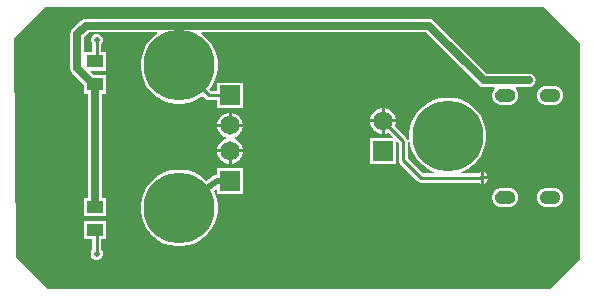
<source format=gbr>
G04*
G04 #@! TF.GenerationSoftware,Altium Limited,Altium Designer,23.0.1 (38)*
G04*
G04 Layer_Physical_Order=2*
G04 Layer_Color=16711680*
%FSLAX43Y43*%
%MOMM*%
G71*
G04*
G04 #@! TF.SameCoordinates,0C8224BD-781C-42A6-9A02-31E2BED0DC02*
G04*
G04*
G04 #@! TF.FilePolarity,Positive*
G04*
G01*
G75*
%ADD11C,0.254*%
%ADD27C,0.635*%
%ADD28C,0.508*%
%ADD30C,6.000*%
%ADD31O,1.600X0.800*%
%ADD32R,1.651X1.651*%
%ADD33C,1.651*%
%ADD34C,0.508*%
%ADD35R,1.350X1.050*%
G36*
X127889Y109474D02*
Y91186D01*
X125349Y88646D01*
X82804D01*
X80137Y91313D01*
X80010Y109855D01*
X82677Y112522D01*
X124841D01*
X127889Y109474D01*
D02*
G37*
%LPC*%
G36*
X125687Y105840D02*
X125087D01*
X125084Y105839D01*
X125080Y105840D01*
X125051Y105839D01*
X125045Y105838D01*
X125038Y105838D01*
X125009Y105836D01*
X125003Y105834D01*
X124996Y105835D01*
X124967Y105831D01*
X124961Y105829D01*
X124954Y105829D01*
X124925Y105824D01*
X124919Y105821D01*
X124912Y105821D01*
X124884Y105814D01*
X124878Y105811D01*
X124871Y105811D01*
X124843Y105802D01*
X124837Y105799D01*
X124831Y105798D01*
X124803Y105789D01*
X124798Y105785D01*
X124791Y105784D01*
X124764Y105773D01*
X124758Y105769D01*
X124752Y105767D01*
X124726Y105755D01*
X124720Y105751D01*
X124714Y105749D01*
X124688Y105735D01*
X124683Y105731D01*
X124677Y105728D01*
X124652Y105713D01*
X124647Y105708D01*
X124641Y105706D01*
X124617Y105689D01*
X124612Y105684D01*
X124606Y105681D01*
X124583Y105664D01*
X124579Y105659D01*
X124573Y105655D01*
X124551Y105637D01*
X124547Y105631D01*
X124541Y105628D01*
X124520Y105608D01*
X124516Y105602D01*
X124510Y105598D01*
X124490Y105577D01*
X124487Y105571D01*
X124481Y105567D01*
X124463Y105545D01*
X124459Y105539D01*
X124454Y105535D01*
X124437Y105512D01*
X124434Y105506D01*
X124429Y105501D01*
X124412Y105477D01*
X124410Y105471D01*
X124405Y105466D01*
X124390Y105441D01*
X124387Y105435D01*
X124383Y105430D01*
X124369Y105404D01*
X124367Y105398D01*
X124363Y105392D01*
X124351Y105366D01*
X124349Y105360D01*
X124345Y105354D01*
X124334Y105327D01*
X124333Y105320D01*
X124329Y105315D01*
X124320Y105287D01*
X124319Y105281D01*
X124316Y105275D01*
X124307Y105247D01*
X124307Y105240D01*
X124304Y105234D01*
X124297Y105206D01*
X124297Y105199D01*
X124294Y105193D01*
X124289Y105164D01*
X124289Y105157D01*
X124287Y105151D01*
X124283Y105122D01*
X124284Y105115D01*
X124282Y105109D01*
X124280Y105080D01*
X124280Y105073D01*
X124279Y105067D01*
X124278Y105038D01*
X124279Y105031D01*
X124278Y105024D01*
X124279Y104995D01*
X124280Y104989D01*
X124280Y104982D01*
X124282Y104953D01*
X124284Y104947D01*
X124283Y104940D01*
X124287Y104911D01*
X124289Y104905D01*
X124289Y104898D01*
X124294Y104869D01*
X124297Y104863D01*
X124297Y104856D01*
X124304Y104828D01*
X124307Y104822D01*
X124307Y104815D01*
X124316Y104787D01*
X124319Y104781D01*
X124320Y104775D01*
X124329Y104747D01*
X124333Y104742D01*
X124334Y104735D01*
X124345Y104708D01*
X124349Y104702D01*
X124351Y104696D01*
X124363Y104670D01*
X124367Y104664D01*
X124369Y104658D01*
X124383Y104632D01*
X124387Y104627D01*
X124390Y104621D01*
X124405Y104596D01*
X124410Y104591D01*
X124412Y104585D01*
X124429Y104561D01*
X124434Y104556D01*
X124437Y104550D01*
X124454Y104527D01*
X124459Y104523D01*
X124463Y104517D01*
X124481Y104495D01*
X124487Y104491D01*
X124490Y104485D01*
X124510Y104464D01*
X124516Y104460D01*
X124520Y104454D01*
X124541Y104434D01*
X124547Y104431D01*
X124551Y104425D01*
X124573Y104407D01*
X124579Y104403D01*
X124583Y104398D01*
X124606Y104381D01*
X124612Y104378D01*
X124617Y104373D01*
X124641Y104356D01*
X124647Y104354D01*
X124652Y104349D01*
X124677Y104334D01*
X124683Y104331D01*
X124688Y104327D01*
X124714Y104313D01*
X124720Y104311D01*
X124726Y104307D01*
X124752Y104295D01*
X124758Y104293D01*
X124764Y104289D01*
X124791Y104278D01*
X124798Y104277D01*
X124803Y104273D01*
X124831Y104264D01*
X124837Y104263D01*
X124843Y104260D01*
X124871Y104251D01*
X124878Y104251D01*
X124884Y104248D01*
X124912Y104241D01*
X124919Y104241D01*
X124925Y104238D01*
X124954Y104233D01*
X124961Y104233D01*
X124967Y104231D01*
X124996Y104227D01*
X125003Y104228D01*
X125009Y104226D01*
X125038Y104224D01*
X125045Y104224D01*
X125051Y104223D01*
X125080Y104222D01*
X125084Y104223D01*
X125087Y104222D01*
X125687D01*
X125690Y104223D01*
X125694Y104222D01*
X125723Y104223D01*
X125729Y104224D01*
X125736Y104224D01*
X125765Y104226D01*
X125771Y104228D01*
X125778Y104227D01*
X125807Y104231D01*
X125813Y104233D01*
X125820Y104233D01*
X125849Y104238D01*
X125855Y104241D01*
X125862Y104241D01*
X125890Y104248D01*
X125896Y104251D01*
X125903Y104251D01*
X125931Y104260D01*
X125937Y104263D01*
X125943Y104264D01*
X125971Y104273D01*
X125976Y104277D01*
X125983Y104278D01*
X126010Y104289D01*
X126016Y104293D01*
X126022Y104295D01*
X126048Y104307D01*
X126054Y104311D01*
X126060Y104313D01*
X126086Y104327D01*
X126091Y104331D01*
X126097Y104334D01*
X126122Y104349D01*
X126127Y104354D01*
X126133Y104356D01*
X126157Y104373D01*
X126162Y104378D01*
X126168Y104381D01*
X126191Y104398D01*
X126195Y104403D01*
X126201Y104407D01*
X126223Y104425D01*
X126227Y104431D01*
X126233Y104434D01*
X126254Y104454D01*
X126258Y104460D01*
X126264Y104464D01*
X126284Y104485D01*
X126287Y104491D01*
X126293Y104495D01*
X126311Y104517D01*
X126315Y104523D01*
X126320Y104527D01*
X126337Y104550D01*
X126340Y104556D01*
X126345Y104561D01*
X126362Y104585D01*
X126364Y104591D01*
X126369Y104596D01*
X126384Y104621D01*
X126387Y104627D01*
X126391Y104632D01*
X126405Y104658D01*
X126407Y104664D01*
X126411Y104670D01*
X126423Y104696D01*
X126425Y104702D01*
X126429Y104708D01*
X126440Y104735D01*
X126441Y104742D01*
X126445Y104747D01*
X126454Y104775D01*
X126455Y104781D01*
X126458Y104787D01*
X126467Y104815D01*
X126467Y104822D01*
X126470Y104828D01*
X126477Y104856D01*
X126477Y104863D01*
X126480Y104869D01*
X126485Y104898D01*
X126485Y104905D01*
X126487Y104911D01*
X126491Y104940D01*
X126490Y104947D01*
X126492Y104953D01*
X126494Y104982D01*
X126494Y104989D01*
X126495Y104995D01*
X126496Y105024D01*
X126495Y105031D01*
X126496Y105038D01*
X126495Y105067D01*
X126494Y105073D01*
X126494Y105080D01*
X126492Y105109D01*
X126490Y105115D01*
X126491Y105122D01*
X126487Y105151D01*
X126485Y105157D01*
X126485Y105164D01*
X126480Y105193D01*
X126477Y105199D01*
X126477Y105206D01*
X126470Y105234D01*
X126467Y105240D01*
X126467Y105247D01*
X126458Y105275D01*
X126455Y105281D01*
X126454Y105287D01*
X126445Y105315D01*
X126441Y105320D01*
X126440Y105327D01*
X126429Y105354D01*
X126425Y105360D01*
X126423Y105366D01*
X126411Y105392D01*
X126407Y105398D01*
X126405Y105404D01*
X126391Y105430D01*
X126387Y105435D01*
X126384Y105441D01*
X126369Y105466D01*
X126364Y105471D01*
X126362Y105477D01*
X126345Y105501D01*
X126340Y105506D01*
X126337Y105512D01*
X126320Y105535D01*
X126315Y105539D01*
X126311Y105545D01*
X126293Y105567D01*
X126287Y105571D01*
X126284Y105577D01*
X126264Y105598D01*
X126258Y105602D01*
X126254Y105608D01*
X126233Y105628D01*
X126227Y105631D01*
X126223Y105637D01*
X126201Y105655D01*
X126195Y105659D01*
X126191Y105664D01*
X126168Y105681D01*
X126162Y105684D01*
X126157Y105689D01*
X126133Y105706D01*
X126127Y105708D01*
X126122Y105713D01*
X126097Y105728D01*
X126091Y105731D01*
X126086Y105735D01*
X126060Y105749D01*
X126054Y105751D01*
X126048Y105755D01*
X126022Y105767D01*
X126016Y105769D01*
X126010Y105773D01*
X125983Y105784D01*
X125976Y105785D01*
X125971Y105789D01*
X125943Y105798D01*
X125937Y105799D01*
X125931Y105802D01*
X125903Y105811D01*
X125896Y105811D01*
X125890Y105814D01*
X125862Y105821D01*
X125855Y105821D01*
X125849Y105824D01*
X125820Y105829D01*
X125813Y105829D01*
X125807Y105831D01*
X125778Y105835D01*
X125771Y105834D01*
X125765Y105836D01*
X125736Y105838D01*
X125729Y105838D01*
X125723Y105839D01*
X125694Y105840D01*
X125690Y105839D01*
X125687Y105840D01*
D02*
G37*
G36*
X115110Y111533D02*
X86080D01*
X85857Y111488D01*
X85668Y111362D01*
X84932Y110626D01*
X84806Y110437D01*
X84761Y110214D01*
Y107333D01*
X84806Y107110D01*
X84932Y106921D01*
X85939Y105914D01*
Y105180D01*
X86285D01*
Y96369D01*
X85939D01*
Y94811D01*
X87797D01*
Y96369D01*
X87451D01*
Y105180D01*
X87797D01*
Y106738D01*
X86763D01*
X86488Y107013D01*
X86537Y107130D01*
X87797D01*
Y108688D01*
X87383D01*
Y109398D01*
X87426Y109440D01*
X87503Y109627D01*
Y109829D01*
X87426Y110016D01*
X87283Y110159D01*
X87096Y110236D01*
X86894D01*
X86707Y110159D01*
X86564Y110016D01*
X86487Y109829D01*
Y109627D01*
X86564Y109440D01*
X86607Y109398D01*
Y108688D01*
X85939D01*
X85927Y108810D01*
Y109973D01*
X86321Y110367D01*
X92079D01*
X92121Y110240D01*
X91860Y110051D01*
X91498Y109689D01*
X91197Y109274D01*
X90964Y108818D01*
X90806Y108331D01*
X90726Y107825D01*
Y107313D01*
X90806Y106807D01*
X90964Y106320D01*
X91197Y105864D01*
X91498Y105449D01*
X91860Y105087D01*
X92275Y104786D01*
X92731Y104553D01*
X93218Y104395D01*
X93724Y104315D01*
X94236D01*
X94742Y104395D01*
X95229Y104553D01*
X95685Y104786D01*
X95991Y105008D01*
X96245Y104754D01*
X96371Y104670D01*
X96520Y104641D01*
X97218D01*
Y103950D01*
X99378D01*
Y106108D01*
X97218D01*
Y105417D01*
X96681D01*
X96541Y105558D01*
X96763Y105864D01*
X96996Y106320D01*
X97154Y106807D01*
X97234Y107313D01*
Y107825D01*
X97154Y108331D01*
X96996Y108818D01*
X96763Y109274D01*
X96462Y109689D01*
X96100Y110051D01*
X95839Y110240D01*
X95881Y110367D01*
X114869D01*
X119349Y105887D01*
X119538Y105761D01*
X119761Y105716D01*
X120650D01*
X120695Y105646D01*
X120702Y105589D01*
X120690Y105577D01*
X120687Y105571D01*
X120681Y105567D01*
X120663Y105545D01*
X120659Y105539D01*
X120654Y105535D01*
X120637Y105512D01*
X120634Y105506D01*
X120629Y105501D01*
X120612Y105477D01*
X120610Y105471D01*
X120605Y105466D01*
X120590Y105441D01*
X120587Y105435D01*
X120583Y105430D01*
X120569Y105404D01*
X120567Y105398D01*
X120563Y105392D01*
X120551Y105366D01*
X120549Y105360D01*
X120545Y105354D01*
X120534Y105327D01*
X120533Y105320D01*
X120529Y105315D01*
X120520Y105287D01*
X120519Y105281D01*
X120516Y105275D01*
X120507Y105247D01*
X120507Y105240D01*
X120504Y105234D01*
X120497Y105206D01*
X120497Y105199D01*
X120494Y105193D01*
X120489Y105164D01*
X120489Y105157D01*
X120487Y105151D01*
X120483Y105122D01*
X120484Y105115D01*
X120482Y105109D01*
X120480Y105080D01*
X120480Y105073D01*
X120479Y105067D01*
X120478Y105038D01*
X120479Y105031D01*
X120478Y105024D01*
X120479Y104995D01*
X120480Y104989D01*
X120480Y104982D01*
X120482Y104953D01*
X120484Y104947D01*
X120483Y104940D01*
X120487Y104911D01*
X120489Y104905D01*
X120489Y104898D01*
X120494Y104869D01*
X120497Y104863D01*
X120497Y104856D01*
X120504Y104828D01*
X120507Y104822D01*
X120507Y104815D01*
X120516Y104787D01*
X120519Y104781D01*
X120520Y104775D01*
X120529Y104747D01*
X120533Y104742D01*
X120534Y104735D01*
X120545Y104708D01*
X120549Y104702D01*
X120551Y104696D01*
X120563Y104670D01*
X120567Y104664D01*
X120569Y104658D01*
X120583Y104632D01*
X120587Y104627D01*
X120590Y104621D01*
X120605Y104596D01*
X120610Y104591D01*
X120612Y104585D01*
X120629Y104561D01*
X120634Y104556D01*
X120637Y104550D01*
X120654Y104527D01*
X120659Y104523D01*
X120663Y104517D01*
X120681Y104495D01*
X120687Y104491D01*
X120690Y104485D01*
X120710Y104464D01*
X120716Y104460D01*
X120720Y104454D01*
X120741Y104434D01*
X120747Y104431D01*
X120751Y104425D01*
X120773Y104407D01*
X120779Y104403D01*
X120783Y104398D01*
X120806Y104381D01*
X120812Y104378D01*
X120817Y104373D01*
X120841Y104356D01*
X120847Y104354D01*
X120852Y104349D01*
X120877Y104334D01*
X120883Y104331D01*
X120888Y104327D01*
X120914Y104313D01*
X120920Y104311D01*
X120926Y104307D01*
X120952Y104295D01*
X120958Y104293D01*
X120964Y104289D01*
X120991Y104278D01*
X120998Y104277D01*
X121003Y104273D01*
X121031Y104264D01*
X121037Y104263D01*
X121043Y104260D01*
X121071Y104251D01*
X121078Y104251D01*
X121084Y104248D01*
X121112Y104241D01*
X121119Y104241D01*
X121125Y104238D01*
X121154Y104233D01*
X121161Y104233D01*
X121167Y104231D01*
X121196Y104227D01*
X121203Y104228D01*
X121209Y104226D01*
X121238Y104224D01*
X121245Y104224D01*
X121251Y104223D01*
X121280Y104222D01*
X121284Y104223D01*
X121287Y104222D01*
X121887D01*
X121890Y104223D01*
X121894Y104222D01*
X121923Y104223D01*
X121929Y104224D01*
X121936Y104224D01*
X121965Y104226D01*
X121971Y104228D01*
X121978Y104227D01*
X122007Y104231D01*
X122013Y104233D01*
X122020Y104233D01*
X122049Y104238D01*
X122055Y104241D01*
X122062Y104241D01*
X122090Y104248D01*
X122096Y104251D01*
X122103Y104251D01*
X122131Y104260D01*
X122137Y104263D01*
X122143Y104264D01*
X122171Y104273D01*
X122176Y104277D01*
X122183Y104278D01*
X122210Y104289D01*
X122216Y104293D01*
X122222Y104295D01*
X122248Y104307D01*
X122254Y104311D01*
X122260Y104313D01*
X122286Y104327D01*
X122291Y104331D01*
X122297Y104334D01*
X122322Y104349D01*
X122327Y104354D01*
X122333Y104356D01*
X122357Y104373D01*
X122362Y104378D01*
X122368Y104381D01*
X122391Y104398D01*
X122395Y104403D01*
X122401Y104407D01*
X122423Y104425D01*
X122427Y104431D01*
X122433Y104434D01*
X122454Y104454D01*
X122458Y104460D01*
X122464Y104464D01*
X122484Y104485D01*
X122487Y104491D01*
X122493Y104495D01*
X122511Y104517D01*
X122515Y104523D01*
X122520Y104527D01*
X122537Y104550D01*
X122540Y104556D01*
X122545Y104561D01*
X122562Y104585D01*
X122564Y104591D01*
X122569Y104596D01*
X122584Y104621D01*
X122587Y104627D01*
X122591Y104632D01*
X122605Y104658D01*
X122607Y104664D01*
X122611Y104670D01*
X122623Y104696D01*
X122625Y104702D01*
X122629Y104708D01*
X122640Y104735D01*
X122641Y104742D01*
X122645Y104747D01*
X122654Y104775D01*
X122655Y104781D01*
X122658Y104787D01*
X122667Y104815D01*
X122667Y104822D01*
X122670Y104828D01*
X122677Y104856D01*
X122677Y104863D01*
X122680Y104869D01*
X122685Y104898D01*
X122685Y104905D01*
X122687Y104911D01*
X122691Y104940D01*
X122690Y104947D01*
X122692Y104953D01*
X122694Y104982D01*
X122694Y104989D01*
X122695Y104995D01*
X122696Y105024D01*
X122695Y105031D01*
X122696Y105038D01*
X122695Y105067D01*
X122694Y105073D01*
X122694Y105080D01*
X122692Y105109D01*
X122690Y105115D01*
X122691Y105122D01*
X122687Y105151D01*
X122685Y105157D01*
X122685Y105164D01*
X122680Y105193D01*
X122677Y105199D01*
X122677Y105206D01*
X122670Y105234D01*
X122667Y105240D01*
X122667Y105247D01*
X122658Y105275D01*
X122655Y105281D01*
X122654Y105287D01*
X122645Y105315D01*
X122641Y105320D01*
X122640Y105327D01*
X122629Y105354D01*
X122625Y105360D01*
X122623Y105366D01*
X122611Y105392D01*
X122607Y105398D01*
X122605Y105404D01*
X122591Y105430D01*
X122587Y105435D01*
X122584Y105441D01*
X122569Y105466D01*
X122564Y105471D01*
X122562Y105477D01*
X122545Y105501D01*
X122540Y105506D01*
X122537Y105512D01*
X122520Y105535D01*
X122515Y105539D01*
X122511Y105545D01*
X122493Y105567D01*
X122487Y105571D01*
X122484Y105577D01*
X122472Y105589D01*
X122479Y105646D01*
X122524Y105716D01*
X123571D01*
X123794Y105761D01*
X123983Y105887D01*
X124109Y106076D01*
X124154Y106299D01*
X124109Y106522D01*
X123983Y106711D01*
X123794Y106837D01*
X123571Y106882D01*
X120002D01*
X115522Y111362D01*
X115333Y111488D01*
X115110Y111533D01*
D02*
G37*
G36*
X111394Y103950D02*
X111379D01*
Y102997D01*
X112331D01*
Y103012D01*
X112258Y103287D01*
X112116Y103533D01*
X111915Y103734D01*
X111669Y103876D01*
X111394Y103950D01*
D02*
G37*
G36*
X111125D02*
X111110D01*
X110835Y103876D01*
X110589Y103734D01*
X110388Y103533D01*
X110246Y103287D01*
X110173Y103012D01*
Y102997D01*
X111125D01*
Y103950D01*
D02*
G37*
G36*
X98440Y103568D02*
X98425D01*
Y102616D01*
X99378D01*
Y102631D01*
X99304Y102906D01*
X99162Y103152D01*
X98961Y103353D01*
X98715Y103495D01*
X98440Y103568D01*
D02*
G37*
G36*
X98171D02*
X98156D01*
X97881Y103495D01*
X97635Y103353D01*
X97434Y103152D01*
X97292Y102906D01*
X97218Y102631D01*
Y102616D01*
X98171D01*
Y103568D01*
D02*
G37*
G36*
X111125Y102743D02*
X110173D01*
Y102728D01*
X110246Y102453D01*
X110388Y102207D01*
X110589Y102006D01*
X110835Y101864D01*
X111110Y101790D01*
X111125D01*
Y102743D01*
D02*
G37*
G36*
X99378Y102362D02*
X98298D01*
X97218D01*
Y102347D01*
X97292Y102072D01*
X97434Y101826D01*
X97635Y101625D01*
X97881Y101483D01*
X97919Y101473D01*
Y101346D01*
X97881Y101336D01*
X97635Y101194D01*
X97434Y100993D01*
X97292Y100747D01*
X97218Y100472D01*
Y100457D01*
X98298D01*
X99378D01*
Y100472D01*
X99304Y100747D01*
X99162Y100993D01*
X98961Y101194D01*
X98715Y101336D01*
X98677Y101346D01*
Y101473D01*
X98715Y101483D01*
X98961Y101625D01*
X99162Y101826D01*
X99304Y102072D01*
X99378Y102347D01*
Y102362D01*
D02*
G37*
G36*
Y100203D02*
X98425D01*
Y99251D01*
X98440D01*
X98715Y99324D01*
X98961Y99466D01*
X99162Y99667D01*
X99304Y99913D01*
X99378Y100188D01*
Y100203D01*
D02*
G37*
G36*
X98171D02*
X97218D01*
Y100188D01*
X97292Y99913D01*
X97434Y99667D01*
X97635Y99466D01*
X97881Y99324D01*
X98156Y99251D01*
X98171D01*
Y100203D01*
D02*
G37*
G36*
X116969Y104854D02*
X116457D01*
X115951Y104774D01*
X115464Y104616D01*
X115008Y104383D01*
X114593Y104082D01*
X114231Y103720D01*
X113930Y103305D01*
X113697Y102849D01*
X113539Y102362D01*
X113459Y101856D01*
Y101344D01*
X113539Y100838D01*
X113697Y100351D01*
X113930Y99895D01*
X114231Y99480D01*
X114593Y99118D01*
X115008Y98817D01*
X115464Y98584D01*
X115545Y98558D01*
X115526Y98432D01*
X114588D01*
X113332Y99688D01*
Y101178D01*
X113302Y101327D01*
X113218Y101453D01*
X112243Y102428D01*
X112258Y102453D01*
X112331Y102728D01*
Y102743D01*
X111379D01*
Y101790D01*
X111394D01*
X111669Y101864D01*
X111694Y101879D01*
X112046Y101527D01*
X111997Y101410D01*
X110173D01*
Y99251D01*
X112331D01*
Y101075D01*
X112449Y101124D01*
X112555Y101018D01*
Y99527D01*
X112585Y99379D01*
X112669Y99253D01*
X114152Y97769D01*
X114278Y97685D01*
X114427Y97656D01*
X119304D01*
X119346Y97613D01*
X119507Y97547D01*
Y98044D01*
Y98541D01*
X119346Y98475D01*
X119304Y98432D01*
X117900D01*
X117881Y98558D01*
X117962Y98584D01*
X118418Y98817D01*
X118833Y99118D01*
X119195Y99480D01*
X119496Y99895D01*
X119729Y100351D01*
X119887Y100838D01*
X119967Y101344D01*
Y101856D01*
X119887Y102362D01*
X119729Y102849D01*
X119496Y103305D01*
X119195Y103720D01*
X118833Y104082D01*
X118418Y104383D01*
X117962Y104616D01*
X117475Y104774D01*
X116969Y104854D01*
D02*
G37*
G36*
X119761Y98541D02*
Y98171D01*
X120131D01*
X120065Y98332D01*
X119922Y98475D01*
X119761Y98541D01*
D02*
G37*
G36*
X99378Y98869D02*
X97218D01*
Y98308D01*
X97155D01*
X97096Y98296D01*
X97036Y98294D01*
X96998Y98277D01*
X96957Y98269D01*
X96907Y98235D01*
X96852Y98210D01*
X96284Y97801D01*
X96100Y97986D01*
X95685Y98287D01*
X95229Y98520D01*
X94742Y98678D01*
X94236Y98758D01*
X93724D01*
X93218Y98678D01*
X92731Y98520D01*
X92275Y98287D01*
X91860Y97986D01*
X91498Y97624D01*
X91197Y97209D01*
X90964Y96753D01*
X90806Y96266D01*
X90726Y95760D01*
Y95248D01*
X90806Y94742D01*
X90964Y94255D01*
X91197Y93799D01*
X91498Y93384D01*
X91860Y93022D01*
X92275Y92721D01*
X92731Y92488D01*
X93218Y92330D01*
X93724Y92250D01*
X94236D01*
X94742Y92330D01*
X95229Y92488D01*
X95685Y92721D01*
X96100Y93022D01*
X96462Y93384D01*
X96763Y93799D01*
X96996Y94255D01*
X97154Y94742D01*
X97234Y95248D01*
Y95760D01*
X97154Y96266D01*
X96996Y96753D01*
X96890Y96961D01*
X97105Y97116D01*
X97218Y97058D01*
Y96711D01*
X99378D01*
Y98869D01*
D02*
G37*
G36*
X120131Y97917D02*
X119761D01*
Y97547D01*
X119922Y97613D01*
X120065Y97756D01*
X120131Y97917D01*
D02*
G37*
G36*
X125687Y97200D02*
X125087D01*
X125084Y97199D01*
X125080Y97200D01*
X125051Y97199D01*
X125045Y97198D01*
X125038Y97198D01*
X125009Y97196D01*
X125003Y97194D01*
X124996Y97195D01*
X124967Y97191D01*
X124961Y97189D01*
X124954Y97189D01*
X124925Y97184D01*
X124919Y97181D01*
X124912Y97181D01*
X124884Y97174D01*
X124878Y97171D01*
X124871Y97171D01*
X124843Y97162D01*
X124837Y97159D01*
X124831Y97158D01*
X124803Y97149D01*
X124798Y97145D01*
X124791Y97144D01*
X124764Y97133D01*
X124758Y97129D01*
X124752Y97127D01*
X124726Y97115D01*
X124720Y97111D01*
X124714Y97109D01*
X124688Y97095D01*
X124683Y97091D01*
X124677Y97088D01*
X124652Y97073D01*
X124647Y97068D01*
X124641Y97066D01*
X124617Y97049D01*
X124612Y97044D01*
X124606Y97041D01*
X124583Y97024D01*
X124579Y97019D01*
X124573Y97015D01*
X124551Y96997D01*
X124547Y96991D01*
X124541Y96988D01*
X124520Y96968D01*
X124516Y96962D01*
X124510Y96958D01*
X124490Y96937D01*
X124487Y96931D01*
X124481Y96927D01*
X124463Y96905D01*
X124459Y96899D01*
X124454Y96895D01*
X124437Y96872D01*
X124434Y96866D01*
X124429Y96861D01*
X124412Y96837D01*
X124410Y96831D01*
X124405Y96826D01*
X124390Y96801D01*
X124387Y96795D01*
X124383Y96790D01*
X124369Y96764D01*
X124367Y96758D01*
X124363Y96752D01*
X124351Y96726D01*
X124349Y96720D01*
X124345Y96714D01*
X124334Y96687D01*
X124333Y96680D01*
X124329Y96675D01*
X124320Y96647D01*
X124319Y96641D01*
X124316Y96635D01*
X124307Y96607D01*
X124307Y96600D01*
X124304Y96594D01*
X124297Y96566D01*
X124297Y96559D01*
X124294Y96553D01*
X124289Y96524D01*
X124289Y96517D01*
X124287Y96511D01*
X124283Y96482D01*
X124284Y96475D01*
X124282Y96469D01*
X124280Y96440D01*
X124280Y96433D01*
X124279Y96427D01*
X124278Y96398D01*
X124279Y96391D01*
X124278Y96384D01*
X124279Y96355D01*
X124280Y96349D01*
X124280Y96342D01*
X124282Y96313D01*
X124284Y96307D01*
X124283Y96300D01*
X124287Y96271D01*
X124289Y96265D01*
X124289Y96258D01*
X124294Y96229D01*
X124297Y96223D01*
X124297Y96216D01*
X124304Y96188D01*
X124307Y96182D01*
X124307Y96175D01*
X124316Y96147D01*
X124319Y96141D01*
X124320Y96135D01*
X124329Y96107D01*
X124333Y96102D01*
X124334Y96095D01*
X124345Y96068D01*
X124349Y96062D01*
X124351Y96056D01*
X124363Y96030D01*
X124367Y96024D01*
X124369Y96018D01*
X124383Y95992D01*
X124387Y95987D01*
X124390Y95981D01*
X124405Y95956D01*
X124410Y95951D01*
X124412Y95945D01*
X124429Y95921D01*
X124434Y95916D01*
X124437Y95910D01*
X124454Y95887D01*
X124459Y95883D01*
X124463Y95877D01*
X124481Y95855D01*
X124487Y95851D01*
X124490Y95845D01*
X124510Y95824D01*
X124516Y95820D01*
X124520Y95814D01*
X124541Y95794D01*
X124547Y95791D01*
X124551Y95785D01*
X124573Y95767D01*
X124579Y95763D01*
X124583Y95758D01*
X124606Y95741D01*
X124612Y95738D01*
X124617Y95733D01*
X124641Y95716D01*
X124647Y95714D01*
X124652Y95709D01*
X124677Y95694D01*
X124683Y95691D01*
X124688Y95687D01*
X124714Y95673D01*
X124720Y95671D01*
X124726Y95667D01*
X124752Y95655D01*
X124758Y95653D01*
X124764Y95649D01*
X124791Y95638D01*
X124798Y95637D01*
X124803Y95633D01*
X124831Y95624D01*
X124837Y95623D01*
X124843Y95620D01*
X124871Y95611D01*
X124878Y95611D01*
X124884Y95608D01*
X124912Y95601D01*
X124919Y95601D01*
X124925Y95598D01*
X124954Y95593D01*
X124961Y95593D01*
X124967Y95591D01*
X124996Y95587D01*
X125003Y95588D01*
X125009Y95586D01*
X125038Y95584D01*
X125045Y95584D01*
X125051Y95583D01*
X125080Y95582D01*
X125084Y95583D01*
X125087Y95582D01*
X125687D01*
X125690Y95583D01*
X125694Y95582D01*
X125723Y95583D01*
X125729Y95584D01*
X125736Y95584D01*
X125765Y95586D01*
X125771Y95588D01*
X125778Y95587D01*
X125807Y95591D01*
X125813Y95593D01*
X125820Y95593D01*
X125849Y95598D01*
X125855Y95601D01*
X125862Y95601D01*
X125890Y95608D01*
X125896Y95611D01*
X125903Y95611D01*
X125931Y95620D01*
X125937Y95623D01*
X125943Y95624D01*
X125971Y95633D01*
X125976Y95637D01*
X125983Y95638D01*
X126010Y95649D01*
X126016Y95653D01*
X126022Y95655D01*
X126048Y95667D01*
X126054Y95671D01*
X126060Y95673D01*
X126086Y95687D01*
X126091Y95691D01*
X126097Y95694D01*
X126122Y95709D01*
X126127Y95714D01*
X126133Y95716D01*
X126157Y95733D01*
X126162Y95738D01*
X126168Y95741D01*
X126191Y95758D01*
X126195Y95763D01*
X126201Y95767D01*
X126223Y95785D01*
X126227Y95791D01*
X126233Y95794D01*
X126254Y95814D01*
X126258Y95820D01*
X126264Y95824D01*
X126284Y95845D01*
X126287Y95851D01*
X126293Y95855D01*
X126311Y95877D01*
X126315Y95883D01*
X126320Y95887D01*
X126337Y95910D01*
X126340Y95916D01*
X126345Y95921D01*
X126362Y95945D01*
X126364Y95951D01*
X126369Y95956D01*
X126384Y95981D01*
X126387Y95987D01*
X126391Y95992D01*
X126405Y96018D01*
X126407Y96024D01*
X126411Y96030D01*
X126423Y96056D01*
X126425Y96062D01*
X126429Y96068D01*
X126440Y96095D01*
X126441Y96102D01*
X126445Y96107D01*
X126454Y96135D01*
X126455Y96141D01*
X126458Y96147D01*
X126467Y96175D01*
X126467Y96182D01*
X126470Y96188D01*
X126477Y96216D01*
X126477Y96223D01*
X126480Y96229D01*
X126485Y96258D01*
X126485Y96265D01*
X126487Y96271D01*
X126491Y96300D01*
X126490Y96307D01*
X126492Y96313D01*
X126494Y96342D01*
X126494Y96349D01*
X126495Y96355D01*
X126496Y96384D01*
X126495Y96391D01*
X126496Y96398D01*
X126495Y96427D01*
X126494Y96433D01*
X126494Y96440D01*
X126492Y96469D01*
X126490Y96475D01*
X126491Y96482D01*
X126487Y96511D01*
X126485Y96517D01*
X126485Y96524D01*
X126480Y96553D01*
X126477Y96559D01*
X126477Y96566D01*
X126470Y96594D01*
X126467Y96600D01*
X126467Y96607D01*
X126458Y96635D01*
X126455Y96641D01*
X126454Y96647D01*
X126445Y96675D01*
X126441Y96680D01*
X126440Y96687D01*
X126429Y96714D01*
X126425Y96720D01*
X126423Y96726D01*
X126411Y96752D01*
X126407Y96758D01*
X126405Y96764D01*
X126391Y96790D01*
X126387Y96795D01*
X126384Y96801D01*
X126369Y96826D01*
X126364Y96831D01*
X126362Y96837D01*
X126345Y96861D01*
X126340Y96866D01*
X126337Y96872D01*
X126320Y96895D01*
X126315Y96899D01*
X126311Y96905D01*
X126293Y96927D01*
X126287Y96931D01*
X126284Y96937D01*
X126264Y96958D01*
X126258Y96962D01*
X126254Y96968D01*
X126233Y96988D01*
X126227Y96991D01*
X126223Y96997D01*
X126201Y97015D01*
X126195Y97019D01*
X126191Y97024D01*
X126168Y97041D01*
X126162Y97044D01*
X126157Y97049D01*
X126133Y97066D01*
X126127Y97068D01*
X126122Y97073D01*
X126097Y97088D01*
X126091Y97091D01*
X126086Y97095D01*
X126060Y97109D01*
X126054Y97111D01*
X126048Y97115D01*
X126022Y97127D01*
X126016Y97129D01*
X126010Y97133D01*
X125983Y97144D01*
X125976Y97145D01*
X125971Y97149D01*
X125943Y97158D01*
X125937Y97159D01*
X125931Y97162D01*
X125903Y97171D01*
X125896Y97171D01*
X125890Y97174D01*
X125862Y97181D01*
X125855Y97181D01*
X125849Y97184D01*
X125820Y97189D01*
X125813Y97189D01*
X125807Y97191D01*
X125778Y97195D01*
X125771Y97194D01*
X125765Y97196D01*
X125736Y97198D01*
X125729Y97198D01*
X125723Y97199D01*
X125694Y97200D01*
X125690Y97199D01*
X125687Y97200D01*
D02*
G37*
G36*
X121887D02*
X121287D01*
X121284Y97199D01*
X121280Y97200D01*
X121251Y97199D01*
X121245Y97198D01*
X121238Y97198D01*
X121209Y97196D01*
X121203Y97194D01*
X121196Y97195D01*
X121167Y97191D01*
X121161Y97189D01*
X121154Y97189D01*
X121125Y97184D01*
X121119Y97181D01*
X121112Y97181D01*
X121084Y97174D01*
X121078Y97171D01*
X121071Y97171D01*
X121043Y97162D01*
X121037Y97159D01*
X121031Y97158D01*
X121003Y97149D01*
X120998Y97145D01*
X120991Y97144D01*
X120964Y97133D01*
X120958Y97129D01*
X120952Y97127D01*
X120926Y97115D01*
X120920Y97111D01*
X120914Y97109D01*
X120888Y97095D01*
X120883Y97091D01*
X120877Y97088D01*
X120852Y97073D01*
X120847Y97068D01*
X120841Y97066D01*
X120817Y97049D01*
X120812Y97044D01*
X120806Y97041D01*
X120783Y97024D01*
X120779Y97019D01*
X120773Y97015D01*
X120751Y96997D01*
X120747Y96991D01*
X120741Y96988D01*
X120720Y96968D01*
X120716Y96962D01*
X120710Y96958D01*
X120690Y96937D01*
X120687Y96931D01*
X120681Y96927D01*
X120663Y96905D01*
X120659Y96899D01*
X120654Y96895D01*
X120637Y96872D01*
X120634Y96866D01*
X120629Y96861D01*
X120612Y96837D01*
X120610Y96831D01*
X120605Y96826D01*
X120590Y96801D01*
X120587Y96795D01*
X120583Y96790D01*
X120569Y96764D01*
X120567Y96758D01*
X120563Y96752D01*
X120551Y96726D01*
X120549Y96720D01*
X120545Y96714D01*
X120534Y96687D01*
X120533Y96680D01*
X120529Y96675D01*
X120520Y96647D01*
X120519Y96641D01*
X120516Y96635D01*
X120507Y96607D01*
X120507Y96600D01*
X120504Y96594D01*
X120497Y96566D01*
X120497Y96559D01*
X120494Y96553D01*
X120489Y96524D01*
X120489Y96517D01*
X120487Y96511D01*
X120483Y96482D01*
X120484Y96475D01*
X120482Y96469D01*
X120480Y96440D01*
X120480Y96433D01*
X120479Y96427D01*
X120478Y96398D01*
X120479Y96391D01*
X120478Y96384D01*
X120479Y96355D01*
X120480Y96349D01*
X120480Y96342D01*
X120482Y96313D01*
X120484Y96307D01*
X120483Y96300D01*
X120487Y96271D01*
X120489Y96265D01*
X120489Y96258D01*
X120494Y96229D01*
X120497Y96223D01*
X120497Y96216D01*
X120504Y96188D01*
X120507Y96182D01*
X120507Y96175D01*
X120516Y96147D01*
X120519Y96141D01*
X120520Y96135D01*
X120529Y96107D01*
X120533Y96102D01*
X120534Y96095D01*
X120545Y96068D01*
X120549Y96062D01*
X120551Y96056D01*
X120563Y96030D01*
X120567Y96024D01*
X120569Y96018D01*
X120583Y95992D01*
X120587Y95987D01*
X120590Y95981D01*
X120605Y95956D01*
X120610Y95951D01*
X120612Y95945D01*
X120629Y95921D01*
X120634Y95916D01*
X120637Y95910D01*
X120654Y95887D01*
X120659Y95883D01*
X120663Y95877D01*
X120681Y95855D01*
X120687Y95851D01*
X120690Y95845D01*
X120710Y95824D01*
X120716Y95820D01*
X120720Y95814D01*
X120741Y95794D01*
X120747Y95791D01*
X120751Y95785D01*
X120773Y95767D01*
X120779Y95763D01*
X120783Y95758D01*
X120806Y95741D01*
X120812Y95738D01*
X120817Y95733D01*
X120841Y95716D01*
X120847Y95714D01*
X120852Y95709D01*
X120877Y95694D01*
X120883Y95691D01*
X120888Y95687D01*
X120914Y95673D01*
X120920Y95671D01*
X120926Y95667D01*
X120952Y95655D01*
X120958Y95653D01*
X120964Y95649D01*
X120991Y95638D01*
X120998Y95637D01*
X121003Y95633D01*
X121031Y95624D01*
X121037Y95623D01*
X121043Y95620D01*
X121071Y95611D01*
X121078Y95611D01*
X121084Y95608D01*
X121112Y95601D01*
X121119Y95601D01*
X121125Y95598D01*
X121154Y95593D01*
X121161Y95593D01*
X121167Y95591D01*
X121196Y95587D01*
X121203Y95588D01*
X121209Y95586D01*
X121238Y95584D01*
X121245Y95584D01*
X121251Y95583D01*
X121280Y95582D01*
X121284Y95583D01*
X121287Y95582D01*
X121887D01*
X121890Y95583D01*
X121894Y95582D01*
X121923Y95583D01*
X121929Y95584D01*
X121936Y95584D01*
X121965Y95586D01*
X121971Y95588D01*
X121978Y95587D01*
X122007Y95591D01*
X122013Y95593D01*
X122020Y95593D01*
X122049Y95598D01*
X122055Y95601D01*
X122062Y95601D01*
X122090Y95608D01*
X122096Y95611D01*
X122103Y95611D01*
X122131Y95620D01*
X122137Y95623D01*
X122143Y95624D01*
X122171Y95633D01*
X122176Y95637D01*
X122183Y95638D01*
X122210Y95649D01*
X122216Y95653D01*
X122222Y95655D01*
X122248Y95667D01*
X122254Y95671D01*
X122260Y95673D01*
X122286Y95687D01*
X122291Y95691D01*
X122297Y95694D01*
X122322Y95709D01*
X122327Y95714D01*
X122333Y95716D01*
X122357Y95733D01*
X122362Y95738D01*
X122368Y95741D01*
X122391Y95758D01*
X122395Y95763D01*
X122401Y95767D01*
X122423Y95785D01*
X122427Y95791D01*
X122433Y95794D01*
X122454Y95814D01*
X122458Y95820D01*
X122464Y95824D01*
X122484Y95845D01*
X122487Y95851D01*
X122493Y95855D01*
X122511Y95877D01*
X122515Y95883D01*
X122520Y95887D01*
X122537Y95910D01*
X122540Y95916D01*
X122545Y95921D01*
X122562Y95945D01*
X122564Y95951D01*
X122569Y95956D01*
X122584Y95981D01*
X122587Y95987D01*
X122591Y95992D01*
X122605Y96018D01*
X122607Y96024D01*
X122611Y96030D01*
X122623Y96056D01*
X122625Y96062D01*
X122629Y96068D01*
X122640Y96095D01*
X122641Y96102D01*
X122645Y96107D01*
X122654Y96135D01*
X122655Y96141D01*
X122658Y96147D01*
X122667Y96175D01*
X122667Y96182D01*
X122670Y96188D01*
X122677Y96216D01*
X122677Y96223D01*
X122680Y96229D01*
X122685Y96258D01*
X122685Y96265D01*
X122687Y96271D01*
X122691Y96300D01*
X122690Y96307D01*
X122692Y96313D01*
X122694Y96342D01*
X122694Y96349D01*
X122695Y96355D01*
X122696Y96384D01*
X122695Y96391D01*
X122696Y96398D01*
X122695Y96427D01*
X122694Y96433D01*
X122694Y96440D01*
X122692Y96469D01*
X122690Y96475D01*
X122691Y96482D01*
X122687Y96511D01*
X122685Y96517D01*
X122685Y96524D01*
X122680Y96553D01*
X122677Y96559D01*
X122677Y96566D01*
X122670Y96594D01*
X122667Y96600D01*
X122667Y96607D01*
X122658Y96635D01*
X122655Y96641D01*
X122654Y96647D01*
X122645Y96675D01*
X122641Y96680D01*
X122640Y96687D01*
X122629Y96714D01*
X122625Y96720D01*
X122623Y96726D01*
X122611Y96752D01*
X122607Y96758D01*
X122605Y96764D01*
X122591Y96790D01*
X122587Y96795D01*
X122584Y96801D01*
X122569Y96826D01*
X122564Y96831D01*
X122562Y96837D01*
X122545Y96861D01*
X122540Y96866D01*
X122537Y96872D01*
X122520Y96895D01*
X122515Y96899D01*
X122511Y96905D01*
X122493Y96927D01*
X122487Y96931D01*
X122484Y96937D01*
X122464Y96958D01*
X122458Y96962D01*
X122454Y96968D01*
X122433Y96988D01*
X122427Y96991D01*
X122423Y96997D01*
X122401Y97015D01*
X122395Y97019D01*
X122391Y97024D01*
X122368Y97041D01*
X122362Y97044D01*
X122357Y97049D01*
X122333Y97066D01*
X122327Y97068D01*
X122322Y97073D01*
X122297Y97088D01*
X122291Y97091D01*
X122286Y97095D01*
X122260Y97109D01*
X122254Y97111D01*
X122248Y97115D01*
X122222Y97127D01*
X122216Y97129D01*
X122210Y97133D01*
X122183Y97144D01*
X122176Y97145D01*
X122171Y97149D01*
X122143Y97158D01*
X122137Y97159D01*
X122131Y97162D01*
X122103Y97171D01*
X122096Y97171D01*
X122090Y97174D01*
X122062Y97181D01*
X122055Y97181D01*
X122049Y97184D01*
X122020Y97189D01*
X122013Y97189D01*
X122007Y97191D01*
X121978Y97195D01*
X121971Y97194D01*
X121965Y97196D01*
X121936Y97198D01*
X121929Y97198D01*
X121923Y97199D01*
X121894Y97200D01*
X121890Y97199D01*
X121887Y97200D01*
D02*
G37*
G36*
X87797Y94419D02*
X85939D01*
Y92861D01*
X86607D01*
Y91968D01*
X86557Y91918D01*
X86479Y91732D01*
Y91529D01*
X86557Y91343D01*
X86700Y91200D01*
X86886Y91122D01*
X87089D01*
X87275Y91200D01*
X87418Y91343D01*
X87495Y91529D01*
Y91732D01*
X87418Y91918D01*
X87383Y91953D01*
Y92861D01*
X87797D01*
Y94419D01*
D02*
G37*
%LPD*%
G36*
X125716Y105580D02*
X125744Y105578D01*
X125773Y105574D01*
X125801Y105569D01*
X125829Y105562D01*
X125857Y105554D01*
X125884Y105544D01*
X125911Y105533D01*
X125937Y105521D01*
X125962Y105507D01*
X125987Y105492D01*
X126010Y105476D01*
X126033Y105458D01*
X126055Y105440D01*
X126076Y105420D01*
X126096Y105399D01*
X126114Y105377D01*
X126132Y105354D01*
X126148Y105331D01*
X126163Y105306D01*
X126177Y105281D01*
X126189Y105255D01*
X126200Y105228D01*
X126210Y105201D01*
X126218Y105173D01*
X126225Y105145D01*
X126230Y105117D01*
X126234Y105088D01*
X126236Y105060D01*
X126237Y105031D01*
X126236Y105002D01*
X126234Y104974D01*
X126230Y104945D01*
X126225Y104917D01*
X126218Y104889D01*
X126210Y104861D01*
X126200Y104834D01*
X126189Y104807D01*
X126177Y104781D01*
X126163Y104756D01*
X126148Y104731D01*
X126132Y104708D01*
X126114Y104685D01*
X126096Y104663D01*
X126076Y104642D01*
X126055Y104622D01*
X126033Y104604D01*
X126010Y104586D01*
X125987Y104570D01*
X125962Y104555D01*
X125937Y104541D01*
X125911Y104529D01*
X125884Y104518D01*
X125857Y104508D01*
X125829Y104500D01*
X125801Y104493D01*
X125773Y104488D01*
X125744Y104484D01*
X125716Y104482D01*
X125687Y104481D01*
X125087D01*
X125058Y104482D01*
X125030Y104484D01*
X125001Y104488D01*
X124973Y104493D01*
X124945Y104500D01*
X124917Y104508D01*
X124890Y104518D01*
X124863Y104529D01*
X124837Y104541D01*
X124812Y104555D01*
X124787Y104570D01*
X124764Y104586D01*
X124741Y104604D01*
X124719Y104622D01*
X124698Y104642D01*
X124678Y104663D01*
X124660Y104685D01*
X124642Y104708D01*
X124626Y104731D01*
X124611Y104756D01*
X124597Y104781D01*
X124585Y104807D01*
X124574Y104834D01*
X124564Y104861D01*
X124556Y104889D01*
X124549Y104917D01*
X124544Y104945D01*
X124540Y104974D01*
X124538Y105002D01*
X124537Y105031D01*
X124538Y105060D01*
X124540Y105088D01*
X124544Y105117D01*
X124549Y105145D01*
X124556Y105173D01*
X124564Y105201D01*
X124574Y105228D01*
X124585Y105255D01*
X124597Y105281D01*
X124611Y105306D01*
X124626Y105331D01*
X124642Y105354D01*
X124660Y105377D01*
X124678Y105399D01*
X124698Y105420D01*
X124719Y105440D01*
X124741Y105458D01*
X124764Y105476D01*
X124787Y105492D01*
X124812Y105507D01*
X124837Y105521D01*
X124863Y105533D01*
X124890Y105544D01*
X124917Y105554D01*
X124945Y105562D01*
X124973Y105569D01*
X125001Y105574D01*
X125030Y105578D01*
X125058Y105580D01*
X125087Y105581D01*
X125687D01*
X125716Y105580D01*
D02*
G37*
G36*
X121916D02*
X121944Y105578D01*
X121973Y105574D01*
X122001Y105569D01*
X122029Y105562D01*
X122057Y105554D01*
X122084Y105544D01*
X122111Y105533D01*
X122137Y105521D01*
X122162Y105507D01*
X122187Y105492D01*
X122210Y105476D01*
X122233Y105458D01*
X122255Y105440D01*
X122276Y105420D01*
X122296Y105399D01*
X122314Y105377D01*
X122332Y105354D01*
X122348Y105331D01*
X122363Y105306D01*
X122377Y105281D01*
X122389Y105255D01*
X122400Y105228D01*
X122410Y105201D01*
X122418Y105173D01*
X122425Y105145D01*
X122430Y105117D01*
X122434Y105088D01*
X122436Y105060D01*
X122437Y105031D01*
X122436Y105002D01*
X122434Y104974D01*
X122430Y104945D01*
X122425Y104917D01*
X122418Y104889D01*
X122410Y104861D01*
X122400Y104834D01*
X122389Y104807D01*
X122377Y104781D01*
X122363Y104756D01*
X122348Y104731D01*
X122332Y104708D01*
X122314Y104685D01*
X122296Y104663D01*
X122276Y104642D01*
X122255Y104622D01*
X122233Y104604D01*
X122210Y104586D01*
X122187Y104570D01*
X122162Y104555D01*
X122137Y104541D01*
X122111Y104529D01*
X122084Y104518D01*
X122057Y104508D01*
X122029Y104500D01*
X122001Y104493D01*
X121973Y104488D01*
X121944Y104484D01*
X121916Y104482D01*
X121887Y104481D01*
X121287D01*
X121258Y104482D01*
X121230Y104484D01*
X121201Y104488D01*
X121173Y104493D01*
X121145Y104500D01*
X121117Y104508D01*
X121090Y104518D01*
X121063Y104529D01*
X121037Y104541D01*
X121012Y104555D01*
X120987Y104570D01*
X120964Y104586D01*
X120941Y104604D01*
X120919Y104622D01*
X120898Y104642D01*
X120878Y104663D01*
X120860Y104685D01*
X120842Y104708D01*
X120826Y104731D01*
X120811Y104756D01*
X120797Y104781D01*
X120785Y104807D01*
X120774Y104834D01*
X120764Y104861D01*
X120756Y104889D01*
X120749Y104917D01*
X120744Y104945D01*
X120740Y104974D01*
X120738Y105002D01*
X120737Y105031D01*
X120738Y105060D01*
X120740Y105088D01*
X120744Y105117D01*
X120749Y105145D01*
X120756Y105173D01*
X120764Y105201D01*
X120774Y105228D01*
X120785Y105255D01*
X120797Y105281D01*
X120811Y105306D01*
X120826Y105331D01*
X120842Y105354D01*
X120860Y105377D01*
X120878Y105399D01*
X120898Y105420D01*
X120919Y105440D01*
X120941Y105458D01*
X120964Y105476D01*
X120987Y105492D01*
X121012Y105507D01*
X121037Y105521D01*
X121063Y105533D01*
X121090Y105544D01*
X121117Y105554D01*
X121145Y105562D01*
X121173Y105569D01*
X121201Y105574D01*
X121230Y105578D01*
X121258Y105580D01*
X121287Y105581D01*
X121887D01*
X121916Y105580D01*
D02*
G37*
G36*
X125716Y96940D02*
X125744Y96938D01*
X125773Y96934D01*
X125801Y96929D01*
X125829Y96922D01*
X125857Y96914D01*
X125884Y96904D01*
X125911Y96893D01*
X125937Y96881D01*
X125962Y96867D01*
X125987Y96852D01*
X126010Y96836D01*
X126033Y96818D01*
X126055Y96800D01*
X126076Y96780D01*
X126096Y96759D01*
X126114Y96737D01*
X126132Y96714D01*
X126148Y96691D01*
X126163Y96666D01*
X126177Y96641D01*
X126189Y96615D01*
X126200Y96588D01*
X126210Y96561D01*
X126218Y96533D01*
X126225Y96505D01*
X126230Y96477D01*
X126234Y96448D01*
X126236Y96420D01*
X126237Y96391D01*
X126236Y96362D01*
X126234Y96334D01*
X126230Y96305D01*
X126225Y96277D01*
X126218Y96249D01*
X126210Y96221D01*
X126200Y96194D01*
X126189Y96167D01*
X126177Y96141D01*
X126163Y96116D01*
X126148Y96091D01*
X126132Y96068D01*
X126114Y96045D01*
X126096Y96023D01*
X126076Y96002D01*
X126055Y95982D01*
X126033Y95964D01*
X126010Y95946D01*
X125987Y95930D01*
X125962Y95915D01*
X125937Y95901D01*
X125911Y95889D01*
X125884Y95878D01*
X125857Y95868D01*
X125829Y95860D01*
X125801Y95853D01*
X125773Y95848D01*
X125744Y95844D01*
X125716Y95842D01*
X125687Y95841D01*
X125087D01*
X125058Y95842D01*
X125030Y95844D01*
X125001Y95848D01*
X124973Y95853D01*
X124945Y95860D01*
X124917Y95868D01*
X124890Y95878D01*
X124863Y95889D01*
X124837Y95901D01*
X124812Y95915D01*
X124787Y95930D01*
X124764Y95946D01*
X124741Y95964D01*
X124719Y95982D01*
X124698Y96002D01*
X124678Y96023D01*
X124660Y96045D01*
X124642Y96068D01*
X124626Y96091D01*
X124611Y96116D01*
X124597Y96141D01*
X124585Y96167D01*
X124574Y96194D01*
X124564Y96221D01*
X124556Y96249D01*
X124549Y96277D01*
X124544Y96305D01*
X124540Y96334D01*
X124538Y96362D01*
X124537Y96391D01*
X124538Y96420D01*
X124540Y96448D01*
X124544Y96477D01*
X124549Y96505D01*
X124556Y96533D01*
X124564Y96561D01*
X124574Y96588D01*
X124585Y96615D01*
X124597Y96641D01*
X124611Y96666D01*
X124626Y96691D01*
X124642Y96714D01*
X124660Y96737D01*
X124678Y96759D01*
X124698Y96780D01*
X124719Y96800D01*
X124741Y96818D01*
X124764Y96836D01*
X124787Y96852D01*
X124812Y96867D01*
X124837Y96881D01*
X124863Y96893D01*
X124890Y96904D01*
X124917Y96914D01*
X124945Y96922D01*
X124973Y96929D01*
X125001Y96934D01*
X125030Y96938D01*
X125058Y96940D01*
X125087Y96941D01*
X125687D01*
X125716Y96940D01*
D02*
G37*
G36*
X121916D02*
X121944Y96938D01*
X121973Y96934D01*
X122001Y96929D01*
X122029Y96922D01*
X122057Y96914D01*
X122084Y96904D01*
X122111Y96893D01*
X122137Y96881D01*
X122162Y96867D01*
X122187Y96852D01*
X122210Y96836D01*
X122233Y96818D01*
X122255Y96800D01*
X122276Y96780D01*
X122296Y96759D01*
X122314Y96737D01*
X122332Y96714D01*
X122348Y96691D01*
X122363Y96666D01*
X122377Y96641D01*
X122389Y96615D01*
X122400Y96588D01*
X122410Y96561D01*
X122418Y96533D01*
X122425Y96505D01*
X122430Y96477D01*
X122434Y96448D01*
X122436Y96420D01*
X122437Y96391D01*
X122436Y96362D01*
X122434Y96334D01*
X122430Y96305D01*
X122425Y96277D01*
X122418Y96249D01*
X122410Y96221D01*
X122400Y96194D01*
X122389Y96167D01*
X122377Y96141D01*
X122363Y96116D01*
X122348Y96091D01*
X122332Y96068D01*
X122314Y96045D01*
X122296Y96023D01*
X122276Y96002D01*
X122255Y95982D01*
X122233Y95964D01*
X122210Y95946D01*
X122187Y95930D01*
X122162Y95915D01*
X122137Y95901D01*
X122111Y95889D01*
X122084Y95878D01*
X122057Y95868D01*
X122029Y95860D01*
X122001Y95853D01*
X121973Y95848D01*
X121944Y95844D01*
X121916Y95842D01*
X121887Y95841D01*
X121287D01*
X121258Y95842D01*
X121230Y95844D01*
X121201Y95848D01*
X121173Y95853D01*
X121145Y95860D01*
X121117Y95868D01*
X121090Y95878D01*
X121063Y95889D01*
X121037Y95901D01*
X121012Y95915D01*
X120987Y95930D01*
X120964Y95946D01*
X120941Y95964D01*
X120919Y95982D01*
X120898Y96002D01*
X120878Y96023D01*
X120860Y96045D01*
X120842Y96068D01*
X120826Y96091D01*
X120811Y96116D01*
X120797Y96141D01*
X120785Y96167D01*
X120774Y96194D01*
X120764Y96221D01*
X120756Y96249D01*
X120749Y96277D01*
X120744Y96305D01*
X120740Y96334D01*
X120738Y96362D01*
X120737Y96391D01*
X120738Y96420D01*
X120740Y96448D01*
X120744Y96477D01*
X120749Y96505D01*
X120756Y96533D01*
X120764Y96561D01*
X120774Y96588D01*
X120785Y96615D01*
X120797Y96641D01*
X120811Y96666D01*
X120826Y96691D01*
X120842Y96714D01*
X120860Y96737D01*
X120878Y96759D01*
X120898Y96780D01*
X120919Y96800D01*
X120941Y96818D01*
X120964Y96836D01*
X120987Y96852D01*
X121012Y96867D01*
X121037Y96881D01*
X121063Y96893D01*
X121090Y96904D01*
X121117Y96914D01*
X121145Y96922D01*
X121173Y96929D01*
X121201Y96934D01*
X121230Y96938D01*
X121258Y96940D01*
X121287Y96941D01*
X121887D01*
X121916Y96940D01*
D02*
G37*
D11*
X111252Y102870D02*
X112944Y101178D01*
Y99527D02*
Y101178D01*
Y99527D02*
X114427Y98044D01*
X119634D01*
X86995Y91638D02*
Y93513D01*
X86987Y91631D02*
X86995Y91638D01*
X93980Y107569D02*
X96520Y105029D01*
X98298D01*
X86868Y93640D02*
X86995Y93513D01*
X98298Y102489D02*
X98489Y102679D01*
X86868Y107909D02*
X86995Y108036D01*
Y109728D01*
D27*
X86868Y95590D02*
Y105959D01*
X115110Y110950D02*
X119761Y106299D01*
X123571D01*
X86080Y110950D02*
X115110D01*
X85344Y107333D02*
Y110214D01*
X86080Y110950D01*
X85344Y107333D02*
X86718Y105959D01*
X86868D01*
D28*
X97155Y97790D02*
X98298D01*
X93980Y95504D02*
X97155Y97790D01*
D30*
X93980Y107569D02*
D03*
X116713Y101600D02*
D03*
X93980Y95504D02*
D03*
D31*
X121587Y96391D02*
D03*
Y105031D02*
D03*
X125387Y96391D02*
D03*
Y105031D02*
D03*
D32*
X98298Y105029D02*
D03*
X111252Y100330D02*
D03*
X98298Y97790D02*
D03*
D33*
Y102489D02*
D03*
X111252Y102870D02*
D03*
X98298Y100330D02*
D03*
D34*
X86987Y91631D02*
D03*
X119634Y98044D02*
D03*
X123571Y106299D02*
D03*
X86995Y109728D02*
D03*
D35*
X86868Y105959D02*
D03*
Y107909D02*
D03*
Y95590D02*
D03*
Y93640D02*
D03*
M02*

</source>
